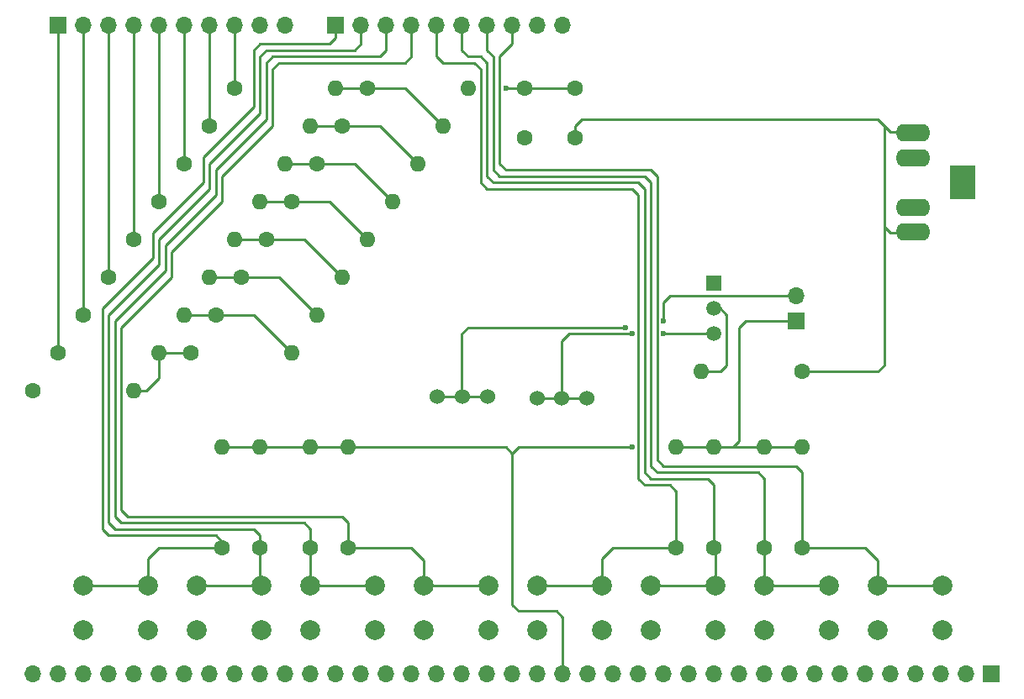
<source format=gtl>
G04 #@! TF.FileFunction,Copper,L1,Top,Signal*
%FSLAX46Y46*%
G04 Gerber Fmt 4.6, Leading zero omitted, Abs format (unit mm)*
G04 Created by KiCad (PCBNEW 4.0.7) date 12/29/19 23:23:20*
%MOMM*%
%LPD*%
G01*
G04 APERTURE LIST*
%ADD10C,0.100000*%
%ADD11C,1.600000*%
%ADD12O,1.600000X1.600000*%
%ADD13C,2.000000*%
%ADD14R,1.700000X1.700000*%
%ADD15O,1.700000X1.700000*%
%ADD16R,2.500000X3.500000*%
%ADD17O,3.500000X1.750000*%
%ADD18C,1.524000*%
%ADD19C,1.520000*%
%ADD20R,1.520000X1.520000*%
%ADD21C,0.600000*%
%ADD22C,0.250000*%
G04 APERTURE END LIST*
D10*
D11*
X151130000Y-86360000D03*
X151130000Y-91360000D03*
X156210000Y-86360000D03*
X156210000Y-91360000D03*
X133350000Y-132715000D03*
D12*
X133350000Y-122555000D03*
D11*
X135255000Y-86360000D03*
D12*
X145415000Y-86360000D03*
D13*
X106680000Y-141025000D03*
X106680000Y-136525000D03*
X113180000Y-141025000D03*
X113180000Y-136525000D03*
X118110000Y-141025000D03*
X118110000Y-136525000D03*
X124610000Y-141025000D03*
X124610000Y-136525000D03*
D11*
X120650000Y-132715000D03*
D12*
X120650000Y-122555000D03*
D11*
X124460000Y-132715000D03*
D12*
X124460000Y-122555000D03*
D11*
X121920000Y-86360000D03*
D12*
X132080000Y-86360000D03*
D11*
X119380000Y-90170000D03*
D12*
X129540000Y-90170000D03*
D11*
X116840000Y-93980000D03*
D12*
X127000000Y-93980000D03*
D11*
X114300000Y-97790000D03*
D12*
X124460000Y-97790000D03*
D11*
X111760000Y-101600000D03*
D12*
X121920000Y-101600000D03*
D11*
X109220000Y-105410000D03*
D12*
X119380000Y-105410000D03*
D11*
X106680000Y-109220000D03*
D12*
X116840000Y-109220000D03*
D11*
X104140000Y-113030000D03*
D12*
X114300000Y-113030000D03*
D11*
X101600000Y-116840000D03*
D12*
X111760000Y-116840000D03*
D11*
X129540000Y-132715000D03*
D12*
X129540000Y-122555000D03*
D11*
X132715000Y-90170000D03*
D12*
X142875000Y-90170000D03*
D11*
X130175000Y-93980000D03*
D12*
X140335000Y-93980000D03*
D11*
X127635000Y-97790000D03*
D12*
X137795000Y-97790000D03*
D11*
X125095000Y-101600000D03*
D12*
X135255000Y-101600000D03*
D11*
X122555000Y-105410000D03*
D12*
X132715000Y-105410000D03*
D11*
X120015000Y-109220000D03*
D12*
X130175000Y-109220000D03*
D11*
X117475000Y-113030000D03*
D12*
X127635000Y-113030000D03*
D11*
X166370000Y-132715000D03*
D12*
X166370000Y-122555000D03*
D11*
X170180000Y-132715000D03*
D12*
X170180000Y-122555000D03*
D11*
X175260000Y-132715000D03*
D12*
X175260000Y-122555000D03*
D11*
X179070000Y-132715000D03*
D12*
X179070000Y-122555000D03*
D13*
X129540000Y-141025000D03*
X129540000Y-136525000D03*
X136040000Y-141025000D03*
X136040000Y-136525000D03*
X140970000Y-141025000D03*
X140970000Y-136525000D03*
X147470000Y-141025000D03*
X147470000Y-136525000D03*
X152400000Y-141025000D03*
X152400000Y-136525000D03*
X158900000Y-141025000D03*
X158900000Y-136525000D03*
X163830000Y-141025000D03*
X163830000Y-136525000D03*
X170330000Y-141025000D03*
X170330000Y-136525000D03*
X175260000Y-141025000D03*
X175260000Y-136525000D03*
X181760000Y-141025000D03*
X181760000Y-136525000D03*
X186690000Y-141025000D03*
X186690000Y-136525000D03*
X193190000Y-141025000D03*
X193190000Y-136525000D03*
D14*
X104140000Y-80010000D03*
D15*
X106680000Y-80010000D03*
X109220000Y-80010000D03*
X111760000Y-80010000D03*
X114300000Y-80010000D03*
X116840000Y-80010000D03*
X119380000Y-80010000D03*
X121920000Y-80010000D03*
X124460000Y-80010000D03*
X127000000Y-80010000D03*
D14*
X198120000Y-145415000D03*
D15*
X195580000Y-145415000D03*
X193040000Y-145415000D03*
X190500000Y-145415000D03*
X187960000Y-145415000D03*
X185420000Y-145415000D03*
X182880000Y-145415000D03*
X180340000Y-145415000D03*
X177800000Y-145415000D03*
X175260000Y-145415000D03*
X172720000Y-145415000D03*
X170180000Y-145415000D03*
X167640000Y-145415000D03*
X165100000Y-145415000D03*
X162560000Y-145415000D03*
X160020000Y-145415000D03*
X157480000Y-145415000D03*
X154940000Y-145415000D03*
X152400000Y-145415000D03*
X149860000Y-145415000D03*
X147320000Y-145415000D03*
X144780000Y-145415000D03*
X142240000Y-145415000D03*
X139700000Y-145415000D03*
X137160000Y-145415000D03*
X134620000Y-145415000D03*
X132080000Y-145415000D03*
X129540000Y-145415000D03*
X127000000Y-145415000D03*
X124460000Y-145415000D03*
X121920000Y-145415000D03*
X119380000Y-145415000D03*
X116840000Y-145415000D03*
X114300000Y-145415000D03*
X111760000Y-145415000D03*
X109220000Y-145415000D03*
X106680000Y-145415000D03*
X104140000Y-145415000D03*
X101600000Y-145415000D03*
D14*
X132080000Y-80010000D03*
D15*
X134620000Y-80010000D03*
X137160000Y-80010000D03*
X139700000Y-80010000D03*
X142240000Y-80010000D03*
X144780000Y-80010000D03*
X147320000Y-80010000D03*
X149860000Y-80010000D03*
X152400000Y-80010000D03*
X154940000Y-80010000D03*
D16*
X195271000Y-95885000D03*
D17*
X190265000Y-100885000D03*
X190265000Y-90885000D03*
X190265000Y-98385000D03*
X190265000Y-93385000D03*
D14*
X178435000Y-109855000D03*
D15*
X178435000Y-107315000D03*
D11*
X179070000Y-114935000D03*
D12*
X168910000Y-114935000D03*
D18*
X152360000Y-117602000D03*
X147360000Y-117475000D03*
X154860000Y-117602000D03*
X144860000Y-117475000D03*
X142360000Y-117475000D03*
X157360000Y-117602000D03*
D19*
X170180000Y-108585000D03*
X170180000Y-111125000D03*
D20*
X170180000Y-106045000D03*
D21*
X161925000Y-122555000D03*
X149225000Y-86360000D03*
X165100000Y-111125000D03*
X161925000Y-111125000D03*
X161290000Y-110490000D03*
X165100000Y-109855000D03*
D22*
X149860000Y-123825000D02*
X149860000Y-138430000D01*
X149860000Y-123190000D02*
X149860000Y-123825000D01*
X150495000Y-139065000D02*
X151130000Y-139065000D01*
X149860000Y-138430000D02*
X150495000Y-139065000D01*
X149860000Y-123190000D02*
X150495000Y-122555000D01*
X150495000Y-122555000D02*
X151130000Y-122555000D01*
X149860000Y-123190000D02*
X149225000Y-122555000D01*
X133350000Y-122555000D02*
X149225000Y-122555000D01*
X178435000Y-109855000D02*
X173355000Y-109855000D01*
X172720000Y-121920000D02*
X172085000Y-122555000D01*
X172720000Y-110490000D02*
X172720000Y-121920000D01*
X173355000Y-109855000D02*
X172720000Y-110490000D01*
X154940000Y-145415000D02*
X154940000Y-139700000D01*
X154940000Y-139700000D02*
X154305000Y-139065000D01*
X154305000Y-139065000D02*
X151130000Y-139065000D01*
X151130000Y-122555000D02*
X161925000Y-122555000D01*
X175260000Y-122555000D02*
X179070000Y-122555000D01*
X170180000Y-122555000D02*
X172085000Y-122555000D01*
X172085000Y-122555000D02*
X175260000Y-122555000D01*
X166370000Y-122555000D02*
X170180000Y-122555000D01*
X129540000Y-122555000D02*
X133350000Y-122555000D01*
X124460000Y-122555000D02*
X129540000Y-122555000D01*
X120650000Y-122555000D02*
X124460000Y-122555000D01*
X127635000Y-97790000D02*
X131445000Y-97790000D01*
X131445000Y-97790000D02*
X135255000Y-101600000D01*
X124460000Y-97790000D02*
X127635000Y-97790000D01*
X125095000Y-101600000D02*
X128905000Y-101600000D01*
X128905000Y-101600000D02*
X132715000Y-105410000D01*
X121920000Y-101600000D02*
X125095000Y-101600000D01*
X156210000Y-86360000D02*
X154940000Y-86360000D01*
X154940000Y-86360000D02*
X151130000Y-86360000D01*
X151130000Y-86360000D02*
X149225000Y-86360000D01*
X104140000Y-113030000D02*
X104140000Y-80010000D01*
X106680000Y-80010000D02*
X106680000Y-109220000D01*
X109220000Y-105410000D02*
X109220000Y-80010000D01*
X111760000Y-80010000D02*
X111760000Y-101600000D01*
X114300000Y-97790000D02*
X114300000Y-80010000D01*
X116840000Y-80010000D02*
X116840000Y-93980000D01*
X119380000Y-80010000D02*
X119380000Y-90170000D01*
X121920000Y-86360000D02*
X121920000Y-80010000D01*
X108585000Y-111125000D02*
X108585000Y-130810000D01*
X108585000Y-130810000D02*
X109220000Y-131445000D01*
X120650000Y-132715000D02*
X120650000Y-132080000D01*
X120650000Y-132080000D02*
X120015000Y-131445000D01*
X120015000Y-131445000D02*
X109220000Y-131445000D01*
X108585000Y-108585000D02*
X108585000Y-111125000D01*
X132080000Y-81280000D02*
X131445000Y-81915000D01*
X131445000Y-81915000D02*
X124460000Y-81915000D01*
X124460000Y-81915000D02*
X123825000Y-82550000D01*
X123825000Y-82550000D02*
X123825000Y-88265000D01*
X123825000Y-88265000D02*
X118745000Y-93345000D01*
X118745000Y-93345000D02*
X118745000Y-95885000D01*
X118745000Y-95885000D02*
X113665000Y-100965000D01*
X113665000Y-100965000D02*
X113665000Y-103505000D01*
X113665000Y-103505000D02*
X108585000Y-108585000D01*
X132080000Y-81280000D02*
X132080000Y-80010000D01*
X120650000Y-132715000D02*
X114300000Y-132715000D01*
X113180000Y-133835000D02*
X113180000Y-133985000D01*
X113180000Y-133985000D02*
X113180000Y-136525000D01*
X114300000Y-132715000D02*
X113180000Y-133835000D01*
X106680000Y-136525000D02*
X113180000Y-136525000D01*
X109855000Y-130810000D02*
X109220000Y-130175000D01*
X109220000Y-130175000D02*
X109220000Y-111760000D01*
X109855000Y-108585000D02*
X109220000Y-109220000D01*
X114300000Y-104140000D02*
X109855000Y-108585000D01*
X119380000Y-93980000D02*
X119380000Y-96520000D01*
X134620000Y-80010000D02*
X134620000Y-81915000D01*
X124460000Y-83185000D02*
X124460000Y-88900000D01*
X125095000Y-82550000D02*
X124460000Y-83185000D01*
X133985000Y-82550000D02*
X125095000Y-82550000D01*
X134620000Y-81915000D02*
X133985000Y-82550000D01*
X119380000Y-93980000D02*
X124460000Y-88900000D01*
X119380000Y-96520000D02*
X114300000Y-101600000D01*
X114300000Y-101600000D02*
X114300000Y-104140000D01*
X109220000Y-109220000D02*
X109220000Y-111760000D01*
X124460000Y-131445000D02*
X124460000Y-132715000D01*
X123825000Y-130810000D02*
X124460000Y-131445000D01*
X109855000Y-130810000D02*
X123825000Y-130810000D01*
X124460000Y-132715000D02*
X124460000Y-136375000D01*
X124460000Y-136375000D02*
X124610000Y-136525000D01*
X118110000Y-136525000D02*
X124610000Y-136525000D01*
X109855000Y-112395000D02*
X109855000Y-129540000D01*
X109855000Y-129540000D02*
X110490000Y-130175000D01*
X115570000Y-130175000D02*
X128905000Y-130175000D01*
X110490000Y-130175000D02*
X115570000Y-130175000D01*
X111125000Y-108585000D02*
X109855000Y-109855000D01*
X114935000Y-104775000D02*
X111125000Y-108585000D01*
X120015000Y-94615000D02*
X120015000Y-97155000D01*
X125095000Y-89535000D02*
X120015000Y-94615000D01*
X137160000Y-80010000D02*
X137160000Y-82550000D01*
X125095000Y-83820000D02*
X125095000Y-87630000D01*
X125730000Y-83185000D02*
X125095000Y-83820000D01*
X136525000Y-83185000D02*
X125730000Y-83185000D01*
X137160000Y-82550000D02*
X136525000Y-83185000D01*
X125095000Y-87630000D02*
X125095000Y-89535000D01*
X120015000Y-97155000D02*
X114935000Y-102235000D01*
X114935000Y-102235000D02*
X114935000Y-104775000D01*
X109855000Y-109855000D02*
X109855000Y-112395000D01*
X129540000Y-130810000D02*
X129540000Y-132715000D01*
X128905000Y-130175000D02*
X129540000Y-130810000D01*
X129540000Y-132715000D02*
X129540000Y-136525000D01*
X129540000Y-136525000D02*
X136040000Y-136525000D01*
X110490000Y-121285000D02*
X110490000Y-128905000D01*
X110490000Y-113030000D02*
X110490000Y-121285000D01*
X110490000Y-128905000D02*
X111125000Y-129540000D01*
X110490000Y-110490000D02*
X110490000Y-113030000D01*
X115570000Y-102870000D02*
X115570000Y-105410000D01*
X120650000Y-97790000D02*
X115570000Y-102870000D01*
X125730000Y-86995000D02*
X125730000Y-90170000D01*
X139700000Y-83185000D02*
X139065000Y-83820000D01*
X139065000Y-83820000D02*
X126365000Y-83820000D01*
X126365000Y-83820000D02*
X125730000Y-84455000D01*
X125730000Y-84455000D02*
X125730000Y-86995000D01*
X139700000Y-80010000D02*
X139700000Y-83185000D01*
X125730000Y-90170000D02*
X120650000Y-95250000D01*
X120650000Y-95250000D02*
X120650000Y-97790000D01*
X115570000Y-105410000D02*
X111760000Y-109220000D01*
X111760000Y-109220000D02*
X110490000Y-110490000D01*
X133350000Y-130175000D02*
X133350000Y-132715000D01*
X132715000Y-129540000D02*
X133350000Y-130175000D01*
X111125000Y-129540000D02*
X132715000Y-129540000D01*
X133350000Y-132715000D02*
X139700000Y-132715000D01*
X140970000Y-133985000D02*
X140970000Y-136525000D01*
X139700000Y-132715000D02*
X140970000Y-133985000D01*
X140970000Y-136525000D02*
X147470000Y-136525000D01*
X158115000Y-96520000D02*
X161925000Y-96520000D01*
X166370000Y-127000000D02*
X165735000Y-126365000D01*
X166370000Y-132715000D02*
X166370000Y-127000000D01*
X146685000Y-95885000D02*
X147320000Y-96520000D01*
X147320000Y-96520000D02*
X157480000Y-96520000D01*
X157480000Y-96520000D02*
X158115000Y-96520000D01*
X142240000Y-83185000D02*
X142240000Y-80010000D01*
X146685000Y-84455000D02*
X146685000Y-88900000D01*
X146050000Y-83820000D02*
X146685000Y-84455000D01*
X142875000Y-83820000D02*
X146050000Y-83820000D01*
X142240000Y-83185000D02*
X142875000Y-83820000D01*
X146685000Y-88900000D02*
X146685000Y-95885000D01*
X163195000Y-126365000D02*
X165735000Y-126365000D01*
X162560000Y-125730000D02*
X163195000Y-126365000D01*
X162560000Y-97155000D02*
X162560000Y-125730000D01*
X161925000Y-96520000D02*
X162560000Y-97155000D01*
X166370000Y-132715000D02*
X160020000Y-132715000D01*
X158900000Y-133835000D02*
X158900000Y-136525000D01*
X160020000Y-132715000D02*
X158900000Y-133835000D01*
X152400000Y-136525000D02*
X158900000Y-136525000D01*
X156210000Y-95885000D02*
X162560000Y-95885000D01*
X170180000Y-126365000D02*
X169545000Y-125730000D01*
X169545000Y-125730000D02*
X164465000Y-125730000D01*
X170180000Y-132715000D02*
X170180000Y-126365000D01*
X147320000Y-95250000D02*
X147955000Y-95885000D01*
X147955000Y-95885000D02*
X156210000Y-95885000D01*
X144780000Y-82550000D02*
X144780000Y-80010000D01*
X147320000Y-83820000D02*
X147320000Y-88265000D01*
X146685000Y-83185000D02*
X147320000Y-83820000D01*
X145415000Y-83185000D02*
X146685000Y-83185000D01*
X144780000Y-82550000D02*
X145415000Y-83185000D01*
X147320000Y-88265000D02*
X147320000Y-95250000D01*
X163830000Y-125730000D02*
X164465000Y-125730000D01*
X163195000Y-125095000D02*
X163830000Y-125730000D01*
X163195000Y-96520000D02*
X163195000Y-125095000D01*
X162560000Y-95885000D02*
X163195000Y-96520000D01*
X170330000Y-136525000D02*
X170330000Y-132865000D01*
X170330000Y-132865000D02*
X170180000Y-132715000D01*
X163830000Y-136525000D02*
X170330000Y-136525000D01*
X147955000Y-88265000D02*
X147955000Y-94615000D01*
X147320000Y-82550000D02*
X147955000Y-83185000D01*
X147955000Y-83185000D02*
X147955000Y-88265000D01*
X147320000Y-80010000D02*
X147320000Y-82550000D01*
X175260000Y-125730000D02*
X174625000Y-125095000D01*
X174625000Y-125095000D02*
X164465000Y-125095000D01*
X175260000Y-125730000D02*
X175260000Y-132715000D01*
X163830000Y-124460000D02*
X164465000Y-125095000D01*
X163830000Y-95885000D02*
X163830000Y-124460000D01*
X163195000Y-95250000D02*
X163830000Y-95885000D01*
X148590000Y-95250000D02*
X163195000Y-95250000D01*
X147955000Y-94615000D02*
X148590000Y-95250000D01*
X175260000Y-132715000D02*
X175260000Y-136525000D01*
X175260000Y-136525000D02*
X181760000Y-136525000D01*
X148590000Y-83185000D02*
X149860000Y-81915000D01*
X165100000Y-124460000D02*
X164465000Y-123825000D01*
X164465000Y-123825000D02*
X164465000Y-95250000D01*
X164465000Y-95250000D02*
X163830000Y-94615000D01*
X163830000Y-94615000D02*
X149225000Y-94615000D01*
X149225000Y-94615000D02*
X148590000Y-93980000D01*
X148590000Y-93980000D02*
X148590000Y-83185000D01*
X179070000Y-132715000D02*
X179070000Y-125095000D01*
X178435000Y-124460000D02*
X165735000Y-124460000D01*
X179070000Y-125095000D02*
X178435000Y-124460000D01*
X165735000Y-124460000D02*
X165100000Y-124460000D01*
X149860000Y-81915000D02*
X149860000Y-80010000D01*
X179070000Y-132715000D02*
X185420000Y-132715000D01*
X186690000Y-133985000D02*
X186690000Y-136525000D01*
X185420000Y-132715000D02*
X186690000Y-133985000D01*
X186690000Y-136525000D02*
X193190000Y-136525000D01*
X135255000Y-86360000D02*
X139065000Y-86360000D01*
X139065000Y-86360000D02*
X142875000Y-90170000D01*
X132080000Y-86360000D02*
X135255000Y-86360000D01*
X132715000Y-90170000D02*
X136525000Y-90170000D01*
X136525000Y-90170000D02*
X140335000Y-93980000D01*
X129540000Y-90170000D02*
X132715000Y-90170000D01*
X130175000Y-93980000D02*
X133985000Y-93980000D01*
X133985000Y-93980000D02*
X137795000Y-97790000D01*
X127000000Y-93980000D02*
X130175000Y-93980000D01*
X122555000Y-105410000D02*
X126365000Y-105410000D01*
X126365000Y-105410000D02*
X130175000Y-109220000D01*
X119380000Y-105410000D02*
X122555000Y-105410000D01*
X120015000Y-109220000D02*
X123825000Y-109220000D01*
X123825000Y-109220000D02*
X127635000Y-113030000D01*
X116840000Y-109220000D02*
X120015000Y-109220000D01*
X111760000Y-116840000D02*
X113030000Y-116840000D01*
X114300000Y-115570000D02*
X114300000Y-113030000D01*
X113030000Y-116840000D02*
X114300000Y-115570000D01*
X114300000Y-113030000D02*
X117475000Y-113030000D01*
X154860000Y-115015000D02*
X154860000Y-111840000D01*
X165100000Y-111125000D02*
X165735000Y-111125000D01*
X155575000Y-111125000D02*
X161925000Y-111125000D01*
X154860000Y-111840000D02*
X155575000Y-111125000D01*
X154860000Y-117602000D02*
X154860000Y-115015000D01*
X170180000Y-111125000D02*
X165735000Y-111125000D01*
X154860000Y-117602000D02*
X157360000Y-117602000D01*
X152360000Y-117602000D02*
X154860000Y-117602000D01*
X178435000Y-107315000D02*
X175895000Y-107315000D01*
X144780000Y-111125000D02*
X144780000Y-117395000D01*
X145415000Y-110490000D02*
X144780000Y-111125000D01*
X161290000Y-110490000D02*
X145415000Y-110490000D01*
X165100000Y-107950000D02*
X165100000Y-109855000D01*
X165735000Y-107315000D02*
X165100000Y-107950000D01*
X175895000Y-107315000D02*
X165735000Y-107315000D01*
X144780000Y-117395000D02*
X144860000Y-117475000D01*
X144860000Y-117475000D02*
X147360000Y-117475000D01*
X142360000Y-117475000D02*
X144860000Y-117475000D01*
X170180000Y-108585000D02*
X170815000Y-108585000D01*
X170815000Y-108585000D02*
X171450000Y-109220000D01*
X171450000Y-109220000D02*
X171450000Y-114300000D01*
X171450000Y-114300000D02*
X170815000Y-114935000D01*
X170815000Y-114935000D02*
X168910000Y-114935000D01*
X159385000Y-89535000D02*
X156845000Y-89535000D01*
X159385000Y-89535000D02*
X186690000Y-89535000D01*
X187325000Y-90170000D02*
X186690000Y-89535000D01*
X156210000Y-90170000D02*
X156210000Y-91360000D01*
X156845000Y-89535000D02*
X156210000Y-90170000D01*
X187325000Y-100330000D02*
X187960000Y-100965000D01*
X187960000Y-100965000D02*
X190185000Y-100965000D01*
X190185000Y-100965000D02*
X190265000Y-100885000D01*
X187325000Y-90170000D02*
X187960000Y-90805000D01*
X187960000Y-90805000D02*
X190185000Y-90805000D01*
X190185000Y-90805000D02*
X190265000Y-90885000D01*
X187325000Y-90170000D02*
X187325000Y-91440000D01*
X186690000Y-114935000D02*
X187325000Y-114300000D01*
X187325000Y-114300000D02*
X187325000Y-100330000D01*
X187325000Y-100330000D02*
X187325000Y-91440000D01*
X186690000Y-114935000D02*
X179070000Y-114935000D01*
M02*

</source>
